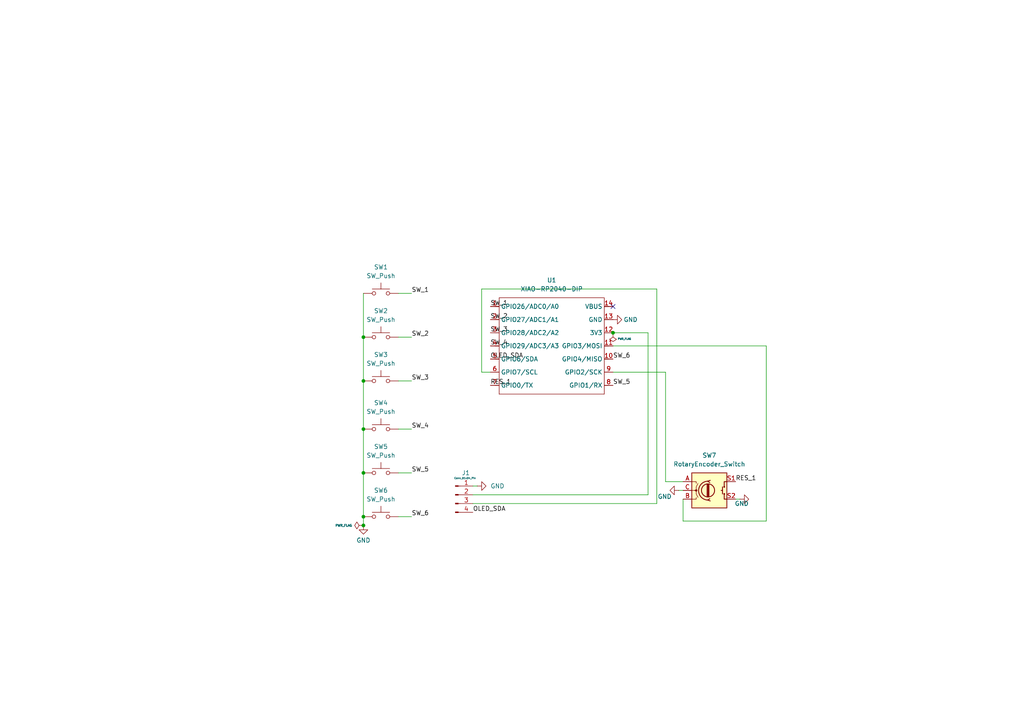
<source format=kicad_sch>
(kicad_sch (version 20250114) (generator "eeschema") (generator_version "9.0")
  (paper "A4")
  (lib_symbols
    (symbol "Connector:Conn_01x04_Pin" (pin_names (offset 1.016) (hide yes))
      (property "Reference" "J" (at 0 5.08 0))
      (property "Value" "Conn_01x04_Pin" (at 0 -7.62 0))
      (symbol "Conn_01x04_Pin_1_1"
        (rectangle (start 0.8636 2.667) (end 0 2.413) (stroke (width 0.1524)) (fill (type outline)))
        (rectangle (start 0.8636 0.127) (end 0 -0.127) (stroke (width 0.1524)) (fill (type outline)))
        (rectangle (start 0.8636 -2.413) (end 0 -2.667) (stroke (width 0.1524)) (fill (type outline)))
        (rectangle (start 0.8636 -4.953) (end 0 -5.207) (stroke (width 0.1524)) (fill (type outline)))
        (polyline (pts (xy 1.27 2.54) (xy 0.8636 2.54)) (stroke (width 0.1524)))
        (polyline (pts (xy 1.27 0) (xy 0.8636 0)) (stroke (width 0.1524)))
        (polyline (pts (xy 1.27 -2.54) (xy 0.8636 -2.54)) (stroke (width 0.1524)))
        (polyline (pts (xy 1.27 -5.08) (xy 0.8636 -5.08)) (stroke (width 0.1524)))
        (pin passive line (at 5.08 2.54 180) (length 3.81) (name "Pin_1") (number "1"))
        (pin passive line (at 5.08 0 180) (length 3.81) (name "Pin_2") (number "2"))
        (pin passive line (at 5.08 -2.54 180) (length 3.81) (name "Pin_3") (number "3"))
        (pin passive line (at 5.08 -5.08 180) (length 3.81) (name "Pin_4") (number "4"))
      )
    )
    (symbol "Device:RotaryEncoder_Switch" (pin_names (offset 0.254) (hide yes))
      (property "Reference" "SW" (at 0 6.604 0))
      (property "Value" "RotaryEncoder_Switch" (at 0 -6.604 0))
      (symbol "RotaryEncoder_Switch_0_1"
        (rectangle (start -5.08 5.08) (end 5.08 -5.08) (stroke (width 0.254)) (fill (type background)))
        (polyline (pts (xy -5.08 2.54) (xy -3.81 2.54) (xy -3.81 2.032)))
        (polyline (pts (xy -5.08 0) (xy -3.81 0) (xy -3.81 -1.016) (xy -3.302 -2.032)))
        (polyline (pts (xy -5.08 -2.54) (xy -3.81 -2.54) (xy -3.81 -2.032)))
        (polyline (pts (xy -4.318 0) (xy -3.81 0) (xy -3.81 1.016) (xy -3.302 2.032)))
        (circle (center -3.81 0) (radius 0.254) (fill (type outline)))
        (polyline (pts (xy -0.635 -1.778) (xy -0.635 1.778)) (stroke (width 0.254)))
        (circle (center -0.381 0) (radius 1.905) (stroke (width 0.254)))
        (polyline (pts (xy -0.381 -1.778) (xy -0.381 1.778)) (stroke (width 0.254)))
        (arc (start -0.381 -2.794) (mid -3.0988 -0.0635) (end -0.381 2.667) (stroke (width 0.254)))
        (polyline (pts (xy -0.127 1.778) (xy -0.127 -1.778)) (stroke (width 0.254)))
        (polyline (pts (xy 0.254 2.921) (xy -0.508 2.667) (xy 0.127 2.286)) (stroke (width 0.254)))
        (polyline (pts (xy 0.254 -3.048) (xy -0.508 -2.794) (xy 0.127 -2.413)) (stroke (width 0.254)))
        (polyline (pts (xy 3.81 1.016) (xy 3.81 -1.016)) (stroke (width 0.254)))
        (polyline (pts (xy 3.81 0) (xy 3.429 0)) (stroke (width 0.254)))
        (circle (center 4.318 1.016) (radius 0.127) (stroke (width 0.254)))
        (circle (center 4.318 -1.016) (radius 0.127) (stroke (width 0.254)))
        (polyline (pts (xy 5.08 2.54) (xy 4.318 2.54) (xy 4.318 1.016)) (stroke (width 0.254)))
        (polyline (pts (xy 5.08 -2.54) (xy 4.318 -2.54) (xy 4.318 -1.016)) (stroke (width 0.254)))
      )
      (symbol "RotaryEncoder_Switch_1_1"
        (pin passive line (at -7.62 2.54 0) (length 2.54) (name "A") (number "A"))
        (pin passive line (at -7.62 0 0) (length 2.54) (name "C") (number "C"))
        (pin passive line (at -7.62 -2.54 0) (length 2.54) (name "B") (number "B"))
        (pin passive line (at 7.62 2.54 180) (length 2.54) (name "S1") (number "S1"))
        (pin passive line (at 7.62 -2.54 180) (length 2.54) (name "S2") (number "S2"))
      )
    )
    (symbol "OPL Library:XIAO-RP2040-DIP"
      (property "Reference" "U" (at 0 0 0))
      (property "Value" "XIAO-RP2040-DIP" (at 5.334 -1.778 0))
      (symbol "XIAO-RP2040-DIP_1_0"
        (polyline (pts (xy -1.27 -2.54) (xy 29.21 -2.54)) (stroke (width 0.1524)))
        (polyline (pts (xy -1.27 -5.08) (xy -2.54 -5.08)) (stroke (width 0.1524)))
        (polyline (pts (xy -1.27 -5.08) (xy -1.27 -2.54)) (stroke (width 0.1524)))
        (polyline (pts (xy -1.27 -8.89) (xy -2.54 -8.89)) (stroke (width 0.1524)))
        (polyline (pts (xy -1.27 -8.89) (xy -1.27 -5.08)) (stroke (width 0.1524)))
        (polyline (pts (xy -1.27 -12.7) (xy -2.54 -12.7)) (stroke (width 0.1524)))
        (polyline (pts (xy -1.27 -12.7) (xy -1.27 -8.89)) (stroke (width 0.1524)))
        (polyline (pts (xy -1.27 -16.51) (xy -2.54 -16.51)) (stroke (width 0.1524)))
        (polyline (pts (xy -1.27 -16.51) (xy -1.27 -12.7)) (stroke (width 0.1524)))
        (polyline (pts (xy -1.27 -20.32) (xy -2.54 -20.32)) (stroke (width 0.1524)))
        (polyline (pts (xy -1.27 -24.13) (xy -2.54 -24.13)) (stroke (width 0.1524)))
        (polyline (pts (xy -1.27 -27.94) (xy -2.54 -27.94)) (stroke (width 0.1524)))
        (polyline (pts (xy -1.27 -30.48) (xy -1.27 -16.51)) (stroke (width 0.1524)))
        (polyline (pts (xy 29.21 -2.54) (xy 29.21 -5.08)) (stroke (width 0.1524)))
        (polyline (pts (xy 29.21 -5.08) (xy 29.21 -8.89)) (stroke (width 0.1524)))
        (polyline (pts (xy 29.21 -8.89) (xy 29.21 -12.7)) (stroke (width 0.1524)))
        (polyline (pts (xy 29.21 -12.7) (xy 29.21 -30.48)) (stroke (width 0.1524)))
        (polyline (pts (xy 29.21 -30.48) (xy -1.27 -30.48)) (stroke (width 0.1524)))
        (polyline (pts (xy 30.48 -5.08) (xy 29.21 -5.08)) (stroke (width 0.1524)))
        (polyline (pts (xy 30.48 -8.89) (xy 29.21 -8.89)) (stroke (width 0.1524)))
        (polyline (pts (xy 30.48 -12.7) (xy 29.21 -12.7)) (stroke (width 0.1524)))
        (polyline (pts (xy 30.48 -16.51) (xy 29.21 -16.51)) (stroke (width 0.1524)))
        (polyline (pts (xy 30.48 -20.32) (xy 29.21 -20.32)) (stroke (width 0.1524)))
        (polyline (pts (xy 30.48 -24.13) (xy 29.21 -24.13)) (stroke (width 0.1524)))
        (polyline (pts (xy 30.48 -27.94) (xy 29.21 -27.94)) (stroke (width 0.1524)))
        (pin passive line (at -3.81 -5.08 0) (length 2.54) (name "GPIO26/ADC0/A0") (number "1"))
        (pin passive line (at -3.81 -8.89 0) (length 2.54) (name "GPIO27/ADC1/A1") (number "2"))
        (pin passive line (at -3.81 -12.7 0) (length 2.54) (name "GPIO28/ADC2/A2") (number "3"))
        (pin passive line (at -3.81 -16.51 0) (length 2.54) (name "GPIO29/ADC3/A3") (number "4"))
        (pin passive line (at -3.81 -20.32 0) (length 2.54) (name "GPIO6/SDA") (number "5"))
        (pin passive line (at -3.81 -24.13 0) (length 2.54) (name "GPIO7/SCL") (number "6"))
        (pin passive line (at -3.81 -27.94 0) (length 2.54) (name "GPIO0/TX") (number "7"))
        (pin passive line (at 31.75 -5.08 180) (length 2.54) (name "VBUS") (number "14"))
        (pin passive line (at 31.75 -8.89 180) (length 2.54) (name "GND") (number "13"))
        (pin passive line (at 31.75 -12.7 180) (length 2.54) (name "3V3") (number "12"))
        (pin passive line (at 31.75 -16.51 180) (length 2.54) (name "GPIO3/MOSI") (number "11"))
        (pin passive line (at 31.75 -20.32 180) (length 2.54) (name "GPIO4/MISO") (number "10"))
        (pin passive line (at 31.75 -24.13 180) (length 2.54) (name "GPIO2/SCK") (number "9"))
        (pin passive line (at 31.75 -27.94 180) (length 2.54) (name "GPIO1/RX") (number "8"))
      )
    )
    (symbol "Switch:SW_Push" (pin_numbers (hide yes)) (pin_names (offset 1.016) (hide yes))
      (property "Reference" "SW" (at 1.27 2.54 0))
      (property "Value" "SW_Push" (at 0 -1.524 0))
      (symbol "SW_Push_0_1"
        (circle (center -2.032 0) (radius 0.508))
        (polyline (pts (xy 0 1.27) (xy 0 3.048)))
        (circle (center 2.032 0) (radius 0.508))
        (polyline (pts (xy 2.54 1.27) (xy -2.54 1.27)))
        (pin passive line (at -5.08 0 0) (length 2.54) (name "1") (number "1"))
        (pin passive line (at 5.08 0 180) (length 2.54) (name "2") (number "2"))
      )
    )
    (symbol "power:GND" (power) (pin_numbers (hide yes)) (pin_names (offset 0) (hide yes))
      (property "Value" "GND" (at 0 -3.81 0))
      (symbol "GND_0_1"
        (polyline (pts (xy 0 0) (xy 0 -1.27) (xy 1.27 -1.27) (xy 0 -2.54) (xy -1.27 -1.27) (xy 0 -1.27)))
      )
      (symbol "GND_1_1"
        (pin power_in line (at 0 0 270) (length 0) (name "~") (number "1"))
      )
    )
    (symbol "power:PWR_FLAG" (power) (pin_numbers (hide yes)) (pin_names (offset 0) (hide yes))
      (property "Value" "PWR_FLAG" (at 0 3.81 0))
      (symbol "PWR_FLAG_0_0"
        (pin power_out line (at 0 0 90) (length 0) (name "~") (number "1"))
      )
      (symbol "PWR_FLAG_0_1"
        (polyline (pts (xy 0 0) (xy 0 1.27) (xy -1.016 1.905) (xy 0 2.54) (xy 1.016 1.905) (xy 0 1.27)))
      )
    )
  )
  (junction (at 177.8 96.52))
  (junction (at 105.41 152.4))
  (junction (at 105.41 149.86))
  (junction (at 105.41 97.79))
  (junction (at 105.41 137.16))
  (junction (at 105.41 110.49))
  (junction (at 105.41 124.46))
  (no_connect (at 177.8 88.9))
  (wire (pts (xy 105.41 97.79) (xy 105.41 110.49)))
  (wire (pts (xy 198.12 139.7) (xy 193.04 139.7)))
  (wire (pts (xy 177.8 96.52) (xy 187.96 96.52)))
  (wire (pts (xy 187.96 143.51) (xy 187.96 96.52)))
  (wire (pts (xy 115.57 137.16) (xy 119.38 137.16)))
  (wire (pts (xy 105.41 110.49) (xy 105.41 124.46)))
  (wire (pts (xy 198.12 144.78) (xy 198.12 151.13)))
  (wire (pts (xy 196.85 142.24) (xy 198.12 142.24)))
  (wire (pts (xy 105.41 85.09) (xy 105.41 97.79)))
  (wire (pts (xy 105.41 124.46) (xy 105.41 137.16)))
  (wire (pts (xy 193.04 139.7) (xy 193.04 107.95)))
  (wire (pts (xy 115.57 97.79) (xy 119.38 97.79)))
  (wire (pts (xy 198.12 151.13) (xy 222.25 151.13)))
  (wire (pts (xy 115.57 149.86) (xy 119.38 149.86)))
  (wire (pts (xy 105.41 149.86) (xy 105.41 152.4)))
  (wire (pts (xy 193.04 107.95) (xy 177.8 107.95)))
  (wire (pts (xy 139.7 83.82) (xy 139.7 107.95)))
  (wire (pts (xy 115.57 110.49) (xy 119.38 110.49)))
  (wire (pts (xy 137.16 143.51) (xy 187.96 143.51)))
  (wire (pts (xy 190.5 146.05) (xy 190.5 83.82)))
  (wire (pts (xy 105.41 137.16) (xy 105.41 149.86)))
  (wire (pts (xy 190.5 83.82) (xy 139.7 83.82)))
  (wire (pts (xy 115.57 85.09) (xy 119.38 85.09)))
  (wire (pts (xy 137.16 140.97) (xy 138.43 140.97)))
  (wire (pts (xy 139.7 107.95) (xy 142.24 107.95)))
  (wire (pts (xy 115.57 124.46) (xy 119.38 124.46)))
  (wire (pts (xy 222.25 151.13) (xy 222.25 100.33)))
  (wire (pts (xy 137.16 146.05) (xy 190.5 146.05)))
  (wire (pts (xy 177.8 100.33) (xy 222.25 100.33)))
  (wire (pts (xy 213.36 144.78) (xy 214.63 144.78)))
  (label "OLED_SDA" (at 142.24 104.14 0))
  (label "RES_1" (at 213.36 139.7 0))
  (label "SW_6" (at 119.38 149.86 0))
  (label "SW_2" (at 142.24 92.71 0))
  (label "SW_6" (at 177.8 104.14 0))
  (label "SW_4" (at 119.38 124.46 0))
  (label "SW_3" (at 142.24 96.52 0))
  (label "SW_4" (at 142.24 100.33 0))
  (label "SW_1" (at 142.24 88.9 0))
  (label "OLED_SDA" (at 137.16 148.59 0))
  (label "SW_5" (at 119.38 137.16 0))
  (label "SW_1" (at 119.38 85.09 0))
  (label "SW_2" (at 119.38 97.79 0))
  (label "SW_5" (at 177.8 111.76 0))
  (label "RES_1" (at 142.24 111.76 0))
  (label "SW_3" (at 119.38 110.49 0))
  (symbol (lib_id "Switch:SW_Push") (at 110.49 137.16 0) (unit 1)
    (property "Reference" "SW5" (at 110.49 129.54 0))
    (property "Value" "SW_Push" (at 110.49 132.08 0))
    (property "Footprint" "Button_Switch_Keyboard:SW_Cherry_MX_1.00u_PCB" (effects (hide yes)))
    (property "Description" "Push button switch, generic, two pins" (effects (hide yes)))
  )
  (symbol (lib_id "Switch:SW_Push") (at 110.49 85.09 0) (unit 1)
    (property "Reference" "SW1" (at 110.49 77.47 0))
    (property "Value" "SW_Push" (at 110.49 80.01 0))
    (property "Footprint" "Button_Switch_Keyboard:SW_Cherry_MX_1.00u_PCB" (effects (hide yes)))
    (property "Description" "Push button switch, generic, two pins" (effects (hide yes)))
  )
  (symbol (lib_id "power:PWR_FLAG") (at 105.41 152.4 90) (unit 1)
    (property "Reference" "#FLG03" (effects (hide yes)))
    (property "Value" "PWR_FLAG" (at 102.108 152.4 90) (effects (font (size 0.635 0.635)) (justify left)))
    (property "Description" "Special symbol for telling ERC where power comes from" (effects (hide yes)))
  )
  (symbol (lib_id "Connector:Conn_01x04_Pin") (at 132.08 143.51 0) (unit 1)
    (property "Reference" "J1" (at 135.128 137.16 0))
    (property "Value" "Conn_01x04_Pin" (at 134.874 138.684 0) (effects (font (size 0.508 0.508))))
    (property "Footprint" "Connector_PinHeader_2.54mm:PinHeader_1x04_P2.54mm_Vertical" (effects (hide yes)))
    (property "Description" "Generic connector, single row, 01x04, script generated" (effects (hide yes)))
  )
  (symbol (lib_id "power:GND") (at 138.43 140.97 90) (unit 1)
    (property "Reference" "#PWR06" (effects (hide yes)))
    (property "Value" "GND" (at 142.24 140.9699 90) (effects (justify right)))
    (property "Description" "Power symbol creates a global label with name \"GND\" , ground" (effects (hide yes)))
  )
  (symbol (lib_id "Switch:SW_Push") (at 110.49 149.86 0) (unit 1)
    (property "Reference" "SW6" (at 110.49 142.24 0))
    (property "Value" "SW_Push" (at 110.49 144.78 0))
    (property "Footprint" "Button_Switch_Keyboard:SW_Cherry_MX_1.00u_PCB" (effects (hide yes)))
    (property "Description" "Push button switch, generic, two pins" (effects (hide yes)))
  )
  (symbol (lib_id "Switch:SW_Push") (at 110.49 124.46 0) (unit 1)
    (property "Reference" "SW4" (at 110.49 116.84 0))
    (property "Value" "SW_Push" (at 110.49 119.38 0))
    (property "Footprint" "Button_Switch_Keyboard:SW_Cherry_MX_1.00u_PCB" (effects (hide yes)))
    (property "Description" "Push button switch, generic, two pins" (effects (hide yes)))
  )
  (symbol (lib_id "Switch:SW_Push") (at 110.49 110.49 0) (unit 1)
    (property "Reference" "SW3" (at 110.49 102.87 0))
    (property "Value" "SW_Push" (at 110.49 105.41 0))
    (property "Footprint" "Button_Switch_Keyboard:SW_Cherry_MX_1.00u_PCB" (effects (hide yes)))
    (property "Description" "Push button switch, generic, two pins" (effects (hide yes)))
  )
  (symbol (lib_id "Device:RotaryEncoder_Switch") (at 205.74 142.24 0) (unit 1)
    (property "Reference" "SW7" (at 205.74 132.08 0))
    (property "Value" "RotaryEncoder_Switch" (at 205.74 134.62 0))
    (property "Footprint" "Rotary_Encoder:RotaryEncoder_Alps_EC11E-Switch_Vertical_H20mm" (effects (hide yes)))
    (property "Description" "Rotary encoder, dual channel, incremental quadrate outputs, with switch" (effects (hide yes)))
  )
  (symbol (lib_id "OPL Library:XIAO-RP2040-DIP") (at 146.05 83.82 0) (unit 1)
    (property "Reference" "U1" (at 160.02 81.28 0))
    (property "Value" "XIAO-RP2040-DIP" (at 160.02 83.82 0))
    (property "Footprint" "OPL Lib:XIAO-RP2040-DIP" (effects (hide yes)))
  )
  (symbol (lib_id "power:GND") (at 177.8 92.71 90) (unit 1)
    (property "Reference" "#PWR05" (effects (hide yes)))
    (property "Value" "GND" (at 180.848 92.71 90) (effects (justify right)))
    (property "Description" "Power symbol creates a global label with name \"GND\" , ground" (effects (hide yes)))
  )
  (symbol (lib_id "power:GND") (at 105.41 152.4 0) (unit 1)
    (property "Reference" "#PWR01" (effects (hide yes)))
    (property "Value" "GND" (at 105.41 156.718 0))
    (property "Description" "Power symbol creates a global label with name \"GND\" , ground" (effects (hide yes)))
  )
  (symbol (lib_id "power:PWR_FLAG") (at 177.8 96.52 180) (unit 1)
    (property "Reference" "#FLG01" (effects (hide yes)))
    (property "Value" "PWR_FLAG" (at 181.102 98.298 0) (effects (font (size 0.508 0.508))))
    (property "Description" "Special symbol for telling ERC where power comes from" (effects (hide yes)))
  )
  (symbol (lib_id "power:GND") (at 214.63 144.78 90) (unit 1)
    (property "Reference" "#PWR08" (effects (hide yes)))
    (property "Value" "GND" (at 217.17 146.05 90) (effects (justify left)))
    (property "Description" "Power symbol creates a global label with name \"GND\" , ground" (effects (hide yes)))
  )
  (symbol (lib_id "power:GND") (at 196.85 142.24 270) (unit 1)
    (property "Reference" "#PWR07" (effects (hide yes)))
    (property "Value" "GND" (at 194.818 144.018 90) (effects (justify right)))
    (property "Description" "Power symbol creates a global label with name \"GND\" , ground" (effects (hide yes)))
  )
  (symbol (lib_id "Switch:SW_Push") (at 110.49 97.79 0) (unit 1)
    (property "Reference" "SW2" (at 110.49 90.17 0))
    (property "Value" "SW_Push" (at 110.49 92.71 0))
    (property "Footprint" "Button_Switch_Keyboard:SW_Cherry_MX_1.00u_PCB" (effects (hide yes)))
    (property "Description" "Push button switch, generic, two pins" (effects (hide yes)))
  )
)
</source>
